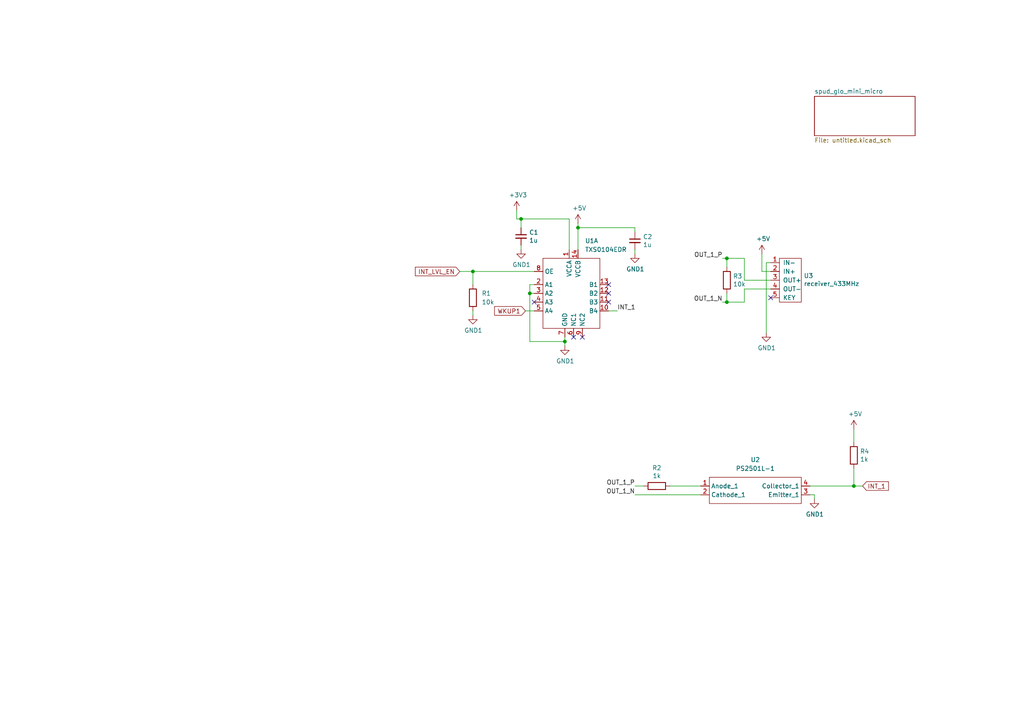
<source format=kicad_sch>
(kicad_sch (version 20230121) (generator eeschema)
  (paper "A4")
  (lib_symbols
    (symbol "Device:C_Small" (pin_numbers hide) (pin_names (offset 0.254) hide)
      (property "Reference" "C" (at 0.254 1.778 0))
      (property "Value" "C_Small" (at 0.254 -2.032 0))
      (symbol "C_Small_0_1"
        (polyline (pts (xy -1.524 -0.508) (xy 1.524 -0.508)) (stroke (width 0.3302)))
        (polyline (pts (xy -1.524 0.508) (xy 1.524 0.508)) (stroke (width 0.3048)))
      )
      (symbol "C_Small_1_1"
        (pin passive line (at 0 2.54 270) (length 2.032) (name "~") (number "1"))
        (pin passive line (at 0 -2.54 90) (length 2.032) (name "~") (number "2"))
      )
    )
    (symbol "Device:R" (pin_numbers hide) (pin_names (offset 0))
      (property "Reference" "R" (at 2.032 0 90))
      (property "Value" "R" (at 0 0 90))
      (symbol "R_0_1"
        (rectangle (start -1.016 -2.54) (end 1.016 2.54) (stroke (width 0.254)))
      )
      (symbol "R_1_1"
        (pin passive line (at 0 3.81 270) (length 1.27) (name "~") (number "1"))
        (pin passive line (at 0 -3.81 90) (length 1.27) (name "~") (number "2"))
      )
    )
    (symbol "power:+5V" (power) (pin_names (offset 0))
      (property "Value" "+5V" (at 0 3.556 0))
      (symbol "+5V_0_1"
        (polyline (pts (xy -0.762 1.27) (xy 0 2.54)))
        (polyline (pts (xy 0 0) (xy 0 2.54)))
        (polyline (pts (xy 0 2.54) (xy 0.762 1.27)))
      )
      (symbol "+5V_1_1"
        (pin power_in line (at 0 0 90) (length 0) hide (name "+5V") (number "1"))
      )
    )
    (symbol "power:GND1" (power) (pin_names (offset 0))
      (property "Value" "GND1" (at 0 -3.81 0))
      (symbol "GND1_0_1"
        (polyline (pts (xy 0 0) (xy 0 -1.27) (xy 1.27 -1.27) (xy 0 -2.54) (xy -1.27 -1.27) (xy 0 -1.27)))
      )
      (symbol "GND1_1_1"
        (pin power_in line (at 0 0 270) (length 0) hide (name "GND1") (number "1"))
      )
    )
    (symbol "spudglo_driver_v3p1-rescue:+3.3V-power" (power) (pin_names (offset 0))
      (property "Value" "+3.3V-power" (at 0 3.556 0))
      (symbol "+3.3V-power_0_1"
        (polyline (pts (xy -0.762 1.27) (xy 0 2.54)))
        (polyline (pts (xy 0 0) (xy 0 2.54)))
        (polyline (pts (xy 0 2.54) (xy 0.762 1.27)))
      )
      (symbol "+3.3V-power_1_1"
        (pin power_in line (at 0 0 90) (length 0) hide (name "+3V3") (number "1"))
      )
    )
    (symbol "srw_custom:PS2501L-1"
      (property "Reference" "U" (at 0 0 0))
      (property "Value" "PS2501L-1" (at 0 0 0))
      (symbol "PS2501L-1_0_1"
        (rectangle (start 0 -1.27) (end 26.67 -8.89))
      )
      (symbol "PS2501L-1_1_1"
        (pin input line (at -2.54 -3.81 0) (length 2.54) (name "Anode_1") (number "1"))
        (pin input line (at -2.54 -6.35 0) (length 2.54) (name "Cathode_1") (number "2"))
        (pin input line (at 29.21 -6.35 180) (length 2.54) (name "Emitter_1") (number "3"))
        (pin input line (at 29.21 -3.81 180) (length 2.54) (name "Collector_1") (number "4"))
      )
    )
    (symbol "srw_custom:TXS0104EDR"
      (property "Reference" "U" (at 1.27 1.27 0))
      (property "Value" "TXS0104EDR" (at 20.32 -22.86 0))
      (symbol "TXS0104EDR_0_1"
        (rectangle (start 0 0) (end 16.51 -20.32))
      )
      (symbol "TXS0104EDR_1_1"
        (pin input line (at 7.62 2.54 270) (length 2.54) (name "VCCA") (number "1"))
        (pin input line (at 19.05 -15.24 180) (length 2.54) (name "B4") (number "10"))
        (pin input line (at 19.05 -12.7 180) (length 2.54) (name "B3") (number "11"))
        (pin input line (at 19.05 -10.16 180) (length 2.54) (name "B2") (number "12"))
        (pin input line (at 19.05 -7.62 180) (length 2.54) (name "B1") (number "13"))
        (pin input line (at 10.16 2.54 270) (length 2.54) (name "VCCB") (number "14"))
        (pin input line (at -2.54 -7.62 0) (length 2.54) (name "A1") (number "2"))
        (pin input line (at -2.54 -10.16 0) (length 2.54) (name "A2") (number "3"))
        (pin input line (at -2.54 -12.7 0) (length 2.54) (name "A3") (number "4"))
        (pin input line (at -2.54 -15.24 0) (length 2.54) (name "A4") (number "5"))
        (pin input line (at 8.89 -22.86 90) (length 2.54) (name "NC1") (number "6"))
        (pin input line (at 6.35 -22.86 90) (length 2.54) (name "GND") (number "7"))
        (pin input line (at -2.54 -3.81 0) (length 2.54) (name "OE") (number "8"))
        (pin input line (at 11.43 -22.86 90) (length 2.54) (name "NC2") (number "9"))
      )
      (symbol "TXS0104EDR_2_1"
        (pin input line (at -2.54 -7.62 0) (length 2.54) (name "A1") (number "1-UB"))
      )
      (symbol "TXS0104EDR_3_1"
        (pin input line (at -2.54 -7.62 0) (length 2.54) (name "A1") (number "1-UC"))
      )
      (symbol "TXS0104EDR_4_1"
        (pin input line (at -2.54 -7.62 0) (length 2.54) (name "A1") (number "1-UD"))
      )
      (symbol "TXS0104EDR_5_1"
        (pin input line (at -2.54 -7.62 0) (length 2.54) (name "A1") (number "1-UE"))
      )
      (symbol "TXS0104EDR_6_1"
        (pin input line (at -2.54 -7.62 0) (length 2.54) (name "A1") (number "1-UF"))
      )
      (symbol "TXS0104EDR_7_1"
        (pin input line (at -2.54 -7.62 0) (length 2.54) (name "A1") (number "1-UG"))
      )
      (symbol "TXS0104EDR_8_1"
        (pin input line (at -2.54 -7.62 0) (length 2.54) (name "A1") (number "1-UH"))
      )
      (symbol "TXS0104EDR_9_1"
        (pin input line (at -2.54 -7.62 0) (length 2.54) (name "A1") (number "1-UI"))
      )
      (symbol "TXS0104EDR_10_1"
        (pin input line (at -2.54 -7.62 0) (length 2.54) (name "A1") (number "1-UJ"))
      )
      (symbol "TXS0104EDR_11_1"
        (pin input line (at -2.54 -7.62 0) (length 2.54) (name "A1") (number "1-UK"))
      )
      (symbol "TXS0104EDR_12_1"
        (pin input line (at -2.54 -7.62 0) (length 2.54) (name "A1") (number "1-UL"))
      )
      (symbol "TXS0104EDR_13_1"
        (pin input line (at -2.54 -7.62 0) (length 2.54) (name "A1") (number "1-UM"))
      )
      (symbol "TXS0104EDR_14_1"
        (pin input line (at -2.54 -7.62 0) (length 2.54) (name "A1") (number "1-UN"))
      )
    )
    (symbol "srw_custom:receiver_433MHz" (pin_names (offset 1.016))
      (property "Reference" "U" (at 0 0 0))
      (property "Value" "srw_custom_receiver_433MHz" (at 2.54 -20.32 0))
      (symbol "receiver_433MHz_0_1"
        (rectangle (start 2.54 -2.54) (end 8.89 -15.24))
      )
      (symbol "receiver_433MHz_1_1"
        (pin input line (at 0 -3.81 0) (length 2.54) (name "IN-") (number "1"))
        (pin input line (at 0 -6.35 0) (length 2.54) (name "IN+") (number "2"))
        (pin input line (at 0 -8.89 0) (length 2.54) (name "OUT+") (number "3"))
        (pin input line (at 0 -11.43 0) (length 2.54) (name "OUT-") (number "4"))
        (pin input line (at 0 -13.97 0) (length 2.54) (name "KEY") (number "5"))
      )
    )
  )
  (junction (at 153.67 85.09))
  (junction (at 151.13 63.5))
  (junction (at 163.83 99.06))
  (junction (at 247.65 140.97))
  (junction (at 137.16 78.74))
  (junction (at 167.64 66.04))
  (junction (at 210.82 74.93))
  (junction (at 210.82 87.63))
  (no_connect (at 154.94 87.63))
  (no_connect (at 176.53 85.09))
  (no_connect (at 166.37 97.79))
  (no_connect (at 176.53 87.63))
  (no_connect (at 223.52 86.36))
  (no_connect (at 176.53 82.55))
  (no_connect (at 168.91 97.79))
  (wire (pts (xy 220.98 78.74) (xy 220.98 73.66)))
  (wire (pts (xy 234.95 140.97) (xy 247.65 140.97)))
  (wire (pts (xy 165.1 63.5) (xy 165.1 72.39)))
  (wire (pts (xy 222.25 76.2) (xy 223.52 76.2)))
  (wire (pts (xy 137.16 78.74) (xy 154.94 78.74)))
  (wire (pts (xy 163.83 97.79) (xy 163.83 99.06)))
  (wire (pts (xy 137.16 90.17) (xy 137.16 91.44)))
  (wire (pts (xy 247.65 135.89) (xy 247.65 140.97)))
  (wire (pts (xy 151.13 66.04) (xy 151.13 63.5)))
  (wire (pts (xy 167.64 66.04) (xy 167.64 72.39)))
  (wire (pts (xy 152.4 90.17) (xy 154.94 90.17)))
  (wire (pts (xy 151.13 72.39) (xy 151.13 71.12)))
  (wire (pts (xy 247.65 140.97) (xy 250.19 140.97)))
  (wire (pts (xy 215.9 87.63) (xy 210.82 87.63)))
  (wire (pts (xy 149.86 63.5) (xy 151.13 63.5)))
  (wire (pts (xy 163.83 99.06) (xy 153.67 99.06)))
  (wire (pts (xy 184.15 67.31) (xy 184.15 66.04)))
  (wire (pts (xy 236.22 144.78) (xy 236.22 143.51)))
  (wire (pts (xy 184.15 143.51) (xy 203.2 143.51)))
  (wire (pts (xy 186.69 140.97) (xy 184.15 140.97)))
  (wire (pts (xy 184.15 73.66) (xy 184.15 72.39)))
  (wire (pts (xy 153.67 99.06) (xy 153.67 85.09)))
  (wire (pts (xy 151.13 63.5) (xy 165.1 63.5)))
  (wire (pts (xy 210.82 77.47) (xy 210.82 74.93)))
  (wire (pts (xy 247.65 124.46) (xy 247.65 128.27)))
  (wire (pts (xy 215.9 83.82) (xy 215.9 87.63)))
  (wire (pts (xy 215.9 74.93) (xy 215.9 81.28)))
  (wire (pts (xy 154.94 82.55) (xy 153.67 82.55)))
  (wire (pts (xy 215.9 81.28) (xy 223.52 81.28)))
  (wire (pts (xy 153.67 82.55) (xy 153.67 85.09)))
  (wire (pts (xy 210.82 87.63) (xy 210.82 85.09)))
  (wire (pts (xy 167.64 66.04) (xy 184.15 66.04)))
  (wire (pts (xy 176.53 90.17) (xy 179.07 90.17)))
  (wire (pts (xy 222.25 76.2) (xy 222.25 96.52)))
  (wire (pts (xy 163.83 99.06) (xy 163.83 100.33)))
  (wire (pts (xy 133.35 78.74) (xy 137.16 78.74)))
  (wire (pts (xy 210.82 87.63) (xy 209.55 87.63)))
  (wire (pts (xy 167.64 64.77) (xy 167.64 66.04)))
  (wire (pts (xy 149.86 60.96) (xy 149.86 63.5)))
  (wire (pts (xy 153.67 85.09) (xy 154.94 85.09)))
  (wire (pts (xy 236.22 143.51) (xy 234.95 143.51)))
  (wire (pts (xy 210.82 74.93) (xy 209.55 74.93)))
  (wire (pts (xy 137.16 82.55) (xy 137.16 78.74)))
  (wire (pts (xy 215.9 83.82) (xy 223.52 83.82)))
  (wire (pts (xy 223.52 78.74) (xy 220.98 78.74)))
  (wire (pts (xy 210.82 74.93) (xy 215.9 74.93)))
  (wire (pts (xy 194.31 140.97) (xy 203.2 140.97)))
  (label "OUT_1_N" (at 209.55 87.63 180))
  (label "INT_1" (at 179.07 90.17 0))
  (label "OUT_1_P" (at 184.15 140.97 180))
  (label "OUT_1_P" (at 209.55 74.93 180))
  (label "OUT_1_N" (at 184.15 143.51 180))
  (global_label "INT_1" (shape input) (at 250.19 140.97 0) (property "Intersheetrefs" "${INTERSHEET_REFS}" (effects hide)))
  (global_label "INT_LVL_EN" (shape input) (at 133.35 78.74 180) (property "Intersheetrefs" "${INTERSHEET_REFS}" (effects hide)))
  (global_label "WKUP1" (shape input) (at 152.4 90.17 180) (property "Intersheetrefs" "${INTERSHEET_REFS}" (effects hide)))
  (symbol (lib_id "Device:R") (at 190.5 140.97 90) (unit 1)
    (property "Reference" "R2" (at 190.5 135.7122 90))
    (property "Value" "1k" (at 190.5 138.0236 90))
    (property "Footprint" "Resistor_SMD:R_0402_1005Metric" (effects hide))
  )
  (symbol (lib_id "power:+5V") (at 220.98 73.66 0) (unit 1)
    (property "Reference" "#PWR0107" (effects hide))
    (property "Value" "+5V" (at 221.361 69.2658 0))
  )
  (symbol (lib_id "power:GND1") (at 236.22 144.78 0) (unit 1)
    (property "Reference" "#PWR0108" (effects hide))
    (property "Value" "GND1" (at 236.347 149.1742 0))
  )
  (symbol (lib_id "power:GND1") (at 184.15 73.66 0) (unit 1)
    (property "Reference" "#PWR0106" (effects hide))
    (property "Value" "GND1" (at 184.277 78.0542 0))
  )
  (symbol (lib_id "srw_custom:receiver_433MHz") (at 223.52 72.39 0) (unit 1)
    (property "Reference" "U3" (at 233.1212 79.9846 0) (effects (justify left)))
    (property "Value" "receiver_433MHz" (at 233.1212 82.296 0) (effects (justify left)))
    (property "Footprint" "srw_custom:433MHz_receiver" (effects hide))
  )
  (symbol (lib_id "srw_custom:TXS0104EDR") (at 157.48 74.93 0) (unit 1)
    (property "Reference" "U1" (at 169.6594 69.85 0) (effects (justify left)))
    (property "Value" "TXS0104EDR" (at 169.6594 72.39 0) (effects (justify left)))
    (property "Footprint" "Package_SO:SOIC-14_3.9x8.7mm_P1.27mm" (effects hide))
  )
  (symbol (lib_id "Device:R") (at 210.82 81.28 0) (unit 1)
    (property "Reference" "R3" (at 212.598 80.1116 0) (effects (justify left)))
    (property "Value" "10k" (at 212.598 82.423 0) (effects (justify left)))
    (property "Footprint" "Resistor_SMD:R_0402_1005Metric" (effects hide))
  )
  (symbol (lib_id "power:+5V") (at 247.65 124.46 0) (unit 1)
    (property "Reference" "#PWR0110" (effects hide))
    (property "Value" "+5V" (at 248.031 120.0658 0))
  )
  (symbol (lib_id "spudglo_driver_v3p1-rescue:+3.3V-power") (at 149.86 60.96 0) (unit 1)
    (property "Reference" "#PWR0104" (effects hide))
    (property "Value" "+3.3V" (at 150.241 56.5658 0))
  )
  (symbol (lib_id "Device:C_Small") (at 151.13 68.58 0) (unit 1)
    (property "Reference" "C1" (at 153.4668 67.4116 0) (effects (justify left)))
    (property "Value" "1u" (at 153.4668 69.723 0) (effects (justify left)))
    (property "Footprint" "Capacitor_SMD:C_0201_0603Metric_Pad0.64x0.40mm_HandSolder" (effects hide))
  )
  (symbol (lib_id "power:GND1") (at 163.83 100.33 0) (unit 1)
    (property "Reference" "#PWR0105" (effects hide))
    (property "Value" "GND1" (at 163.957 104.7242 0))
  )
  (symbol (lib_id "power:GND1") (at 137.16 91.44 0) (unit 1)
    (property "Reference" "#PWR0101" (effects hide))
    (property "Value" "GND1" (at 137.287 95.8342 0))
  )
  (symbol (lib_id "power:+5V") (at 167.64 64.77 0) (unit 1)
    (property "Reference" "#PWR0103" (effects hide))
    (property "Value" "+5V" (at 168.021 60.3758 0))
  )
  (symbol (lib_id "Device:R") (at 247.65 132.08 0) (unit 1)
    (property "Reference" "R4" (at 249.428 130.9116 0) (effects (justify left)))
    (property "Value" "1k" (at 249.428 133.223 0) (effects (justify left)))
    (property "Footprint" "Resistor_SMD:R_0402_1005Metric" (effects hide))
  )
  (symbol (lib_id "srw_custom:PS2501L-1") (at 205.74 137.16 0) (unit 1)
    (property "Reference" "U2" (at 219.075 133.35 0))
    (property "Value" "PS2501L-1" (at 219.075 135.89 0))
    (property "Footprint" "srw_custom:PS2501L-1" (effects hide))
  )
  (symbol (lib_id "Device:C_Small") (at 184.15 69.85 0) (unit 1)
    (property "Reference" "C2" (at 186.4868 68.6816 0) (effects (justify left)))
    (property "Value" "1u" (at 186.4868 70.993 0) (effects (justify left)))
    (property "Footprint" "Capacitor_SMD:C_0402_1005Metric_Pad0.74x0.62mm_HandSolder" (effects hide))
  )
  (symbol (lib_id "power:GND1") (at 151.13 72.39 0) (unit 1)
    (property "Reference" "#PWR0102" (effects hide))
    (property "Value" "GND1" (at 151.257 76.7842 0))
  )
  (symbol (lib_id "power:GND1") (at 222.25 96.52 0) (unit 1)
    (property "Reference" "#PWR0109" (effects hide))
    (property "Value" "GND1" (at 222.377 100.9142 0))
  )
  (symbol (lib_id "Device:R") (at 137.16 86.36 0) (unit 1)
    (property "Reference" "R1" (at 139.7 85.0899 0) (effects (justify left)))
    (property "Value" "10k" (at 139.7 87.6299 0) (effects (justify left)))
    (property "Footprint" "Resistor_SMD:R_0201_0603Metric_Pad0.64x0.40mm_HandSolder" (effects hide))
  )
  (sheet (at 236.22 27.94) (size 29.21 11.43) (stroke (width 0.1524))
    (property "Sheetname" "spud_glo_mini_micro" (at 236.22 27.2284 0) (effects (justify left bottom)))
    (property "Sheetfile" "untitled.kicad_sch" (at 236.22 39.9546 0) (effects (justify left top)))
  )
)
</source>
